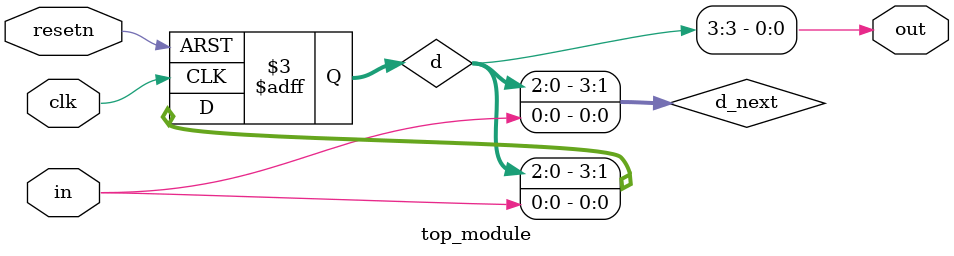
<source format=sv>
module top_module (
	input clk,
	input resetn,
	input in,
	output out
);

reg [3:0] d;
wire [3:0] d_next;

always @(posedge clk or negedge resetn) begin
	if (~resetn)
		d <= 4'b0000;
	else
		d <= d_next;
end

assign d_next = {d[2:0], in};
assign out = d[3];

endmodule

</source>
